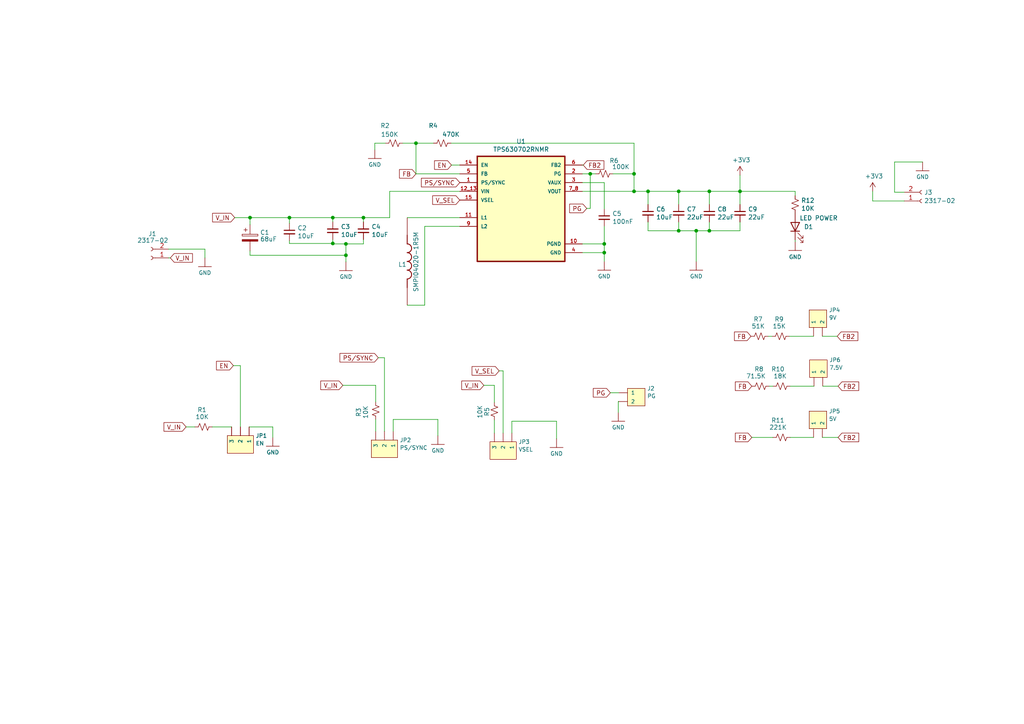
<source format=kicad_sch>
(kicad_sch (version 20231120) (generator "eeschema") (generator_version "8.0")
  (paper "A4")
  (lib_symbols
    (symbol "CONN_02_1" (pin_numbers hide) (pin_names (offset 1.016))
      (property "Reference" "J" (at -5.08 5.08 0))
      (property "Value" "CONN_02" (at -5.08 -3.81 0))
      (property "Field4" "XXX-00000" (at 0 7.62 0))
      (symbol "CONN_02_1_1_0"
        (rectangle (start 0 -1.27) (end -5.08 3.81) (fill (type background)))
      )
      (symbol "CONN_02_1_1_1"
        (pin passive line (at 2.54 0 180) (length 2.54) (name "1") (number "1"))
        (pin passive line (at 2.54 2.54 180) (length 2.54) (name "2") (number "2"))
      )
    )
    (symbol "CONN_02_2" (pin_numbers hide) (pin_names (offset 1.016))
      (property "Reference" "J" (at -5.08 5.08 0))
      (property "Value" "CONN_02" (at -5.08 -3.81 0))
      (property "Field4" "XXX-00000" (at 0 7.62 0))
      (symbol "CONN_02_2_1_0"
        (rectangle (start 0 -1.27) (end -5.08 3.81) (fill (type background)))
      )
      (symbol "CONN_02_2_1_1"
        (pin passive line (at 2.54 0 180) (length 2.54) (name "1") (number "1"))
        (pin passive line (at 2.54 2.54 180) (length 2.54) (name "2") (number "2"))
      )
    )
    (symbol "CONN_02_3" (pin_numbers hide) (pin_names (offset 1.016))
      (property "Reference" "J" (at -5.08 5.08 0))
      (property "Value" "CONN_02" (at -5.08 -3.81 0))
      (property "Field4" "XXX-00000" (at 0 7.62 0))
      (symbol "CONN_02_3_1_0"
        (rectangle (start 0 -1.27) (end -5.08 3.81) (fill (type background)))
      )
      (symbol "CONN_02_3_1_1"
        (pin passive line (at 2.54 0 180) (length 2.54) (name "1") (number "1"))
        (pin passive line (at 2.54 2.54 180) (length 2.54) (name "2") (number "2"))
      )
    )
    (symbol "CONN_03_1" (pin_numbers hide) (pin_names (offset 1.016))
      (property "Reference" "J" (at -5.08 7.62 0))
      (property "Value" "CONN_03" (at -5.08 -3.81 0))
      (property "Field4" "XXX-00000" (at 0 11.43 0))
      (symbol "CONN_03_1_0_1"
        (rectangle (start 0 -1.27) (end -5.08 6.35) (fill (type background)))
      )
      (symbol "CONN_03_1_1_1"
        (pin passive line (at 2.54 0 180) (length 2.54) (name "1") (number "1"))
        (pin passive line (at 2.54 2.54 180) (length 2.54) (name "2") (number "2"))
        (pin passive line (at 2.54 5.08 180) (length 2.54) (name "3") (number "3"))
      )
    )
    (symbol "CONN_03_2" (pin_numbers hide) (pin_names (offset 1.016))
      (property "Reference" "J" (at -5.08 7.62 0))
      (property "Value" "CONN_03" (at -5.08 -3.81 0))
      (property "Field4" "XXX-00000" (at 0 11.43 0))
      (symbol "CONN_03_2_0_1"
        (rectangle (start 0 -1.27) (end -5.08 6.35) (fill (type background)))
      )
      (symbol "CONN_03_2_1_1"
        (pin passive line (at 2.54 0 180) (length 2.54) (name "1") (number "1"))
        (pin passive line (at 2.54 2.54 180) (length 2.54) (name "2") (number "2"))
        (pin passive line (at 2.54 5.08 180) (length 2.54) (name "3") (number "3"))
      )
    )
    (symbol "Conn_01x02_Socket_1" (pin_names (offset 1.016) hide)
      (property "Reference" "J1" (at -0.381 -6.985 0))
      (property "Value" "2317-02" (at -0.508 -5.08 0))
      (symbol "Conn_01x02_Socket_1_1_1"
        (arc (start 0 -2.032) (mid -0.5058 -2.54) (end 0 -3.048) (stroke (width 0.1524)))
        (polyline (pts (xy -1.27 -2.54) (xy -0.508 -2.54)) (stroke (width 0.1524)))
        (polyline (pts (xy -1.27 0) (xy -0.508 0)) (stroke (width 0.1524)))
        (arc (start 0 0.508) (mid -0.5058 0) (end 0 -0.508) (stroke (width 0.1524)))
        (pin power_in line (at -5.08 0 0) (length 3.81) (name "Pin_1") (number "1"))
        (pin power_in line (at -5.08 -2.54 0) (length 3.81) (name "Pin_2") (number "2"))
      )
    )
    (symbol "Connector:Conn_01x02_Socket" (pin_names (offset 1.016) hide)
      (property "Reference" "J3" (at 0.7112 -0.0578 0))
      (property "Value" "2317-02" (at 0.7112 -2.4821 0))
      (symbol "Conn_01x02_Socket_1_1"
        (arc (start 0 -2.032) (mid -0.5058 -2.54) (end 0 -3.048) (stroke (width 0.1524)))
        (polyline (pts (xy -1.27 -2.54) (xy -0.508 -2.54)) (stroke (width 0.1524)))
        (polyline (pts (xy -1.27 0) (xy -0.508 0)) (stroke (width 0.1524)))
        (arc (start 0 0.508) (mid -0.5058 0) (end 0 -0.508) (stroke (width 0.1524)))
        (pin passive line (at -5.08 -2.54 0) (length 3.81) (name "Pin_1") (number "1"))
        (pin passive line (at -5.08 0 0) (length 3.81) (name "Pin_2") (number "2"))
      )
    )
    (symbol "Device:C_Small" (pin_numbers hide) (pin_names (offset 0.254) hide)
      (property "Reference" "C" (at 0.254 1.778 0))
      (property "Value" "C_Small" (at 0.254 -2.032 0))
      (symbol "C_Small_0_1"
        (polyline (pts (xy -1.524 -0.508) (xy 1.524 -0.508)) (stroke (width 0.3302)))
        (polyline (pts (xy -1.524 0.508) (xy 1.524 0.508)) (stroke (width 0.3048)))
      )
      (symbol "C_Small_1_1"
        (pin passive line (at 0 2.54 270) (length 2.032) (name "~") (number "1"))
        (pin passive line (at 0 -2.54 90) (length 2.032) (name "~") (number "2"))
      )
    )
    (symbol "Device:LED" (pin_numbers hide) (pin_names (offset 1.016) hide)
      (property "Reference" "D" (at 0 2.54 0))
      (property "Value" "LED" (at 0 -2.54 0))
      (symbol "LED_0_1"
        (polyline (pts (xy -1.27 -1.27) (xy -1.27 1.27)) (stroke (width 0.254)))
        (polyline (pts (xy -1.27 0) (xy 1.27 0)))
        (polyline (pts (xy 1.27 -1.27) (xy 1.27 1.27) (xy -1.27 0) (xy 1.27 -1.27)) (stroke (width 0.254)))
        (polyline (pts (xy -3.048 -0.762) (xy -4.572 -2.286) (xy -3.81 -2.286) (xy -4.572 -2.286) (xy -4.572 -1.524)))
        (polyline (pts (xy -1.778 -0.762) (xy -3.302 -2.286) (xy -2.54 -2.286) (xy -3.302 -2.286) (xy -3.302 -1.524)))
      )
      (symbol "LED_1_1"
        (pin passive line (at -3.81 0 0) (length 2.54) (name "K") (number "1"))
        (pin passive line (at 3.81 0 180) (length 2.54) (name "A") (number "2"))
      )
    )
    (symbol "Device:R_Small_US" (pin_numbers hide) (pin_names (offset 0.254) hide)
      (property "Reference" "R" (at 0.762 0.508 0))
      (property "Value" "R_Small_US" (at 0.762 -1.016 0))
      (symbol "R_Small_US_1_1"
        (polyline (pts (xy 0 0) (xy 1.016 -0.381) (xy 0 -0.762) (xy -1.016 -1.143) (xy 0 -1.524)))
        (polyline (pts (xy 0 1.524) (xy 1.016 1.143) (xy 0 0.762) (xy -1.016 0.381) (xy 0 0)))
        (pin passive line (at 0 2.54 270) (length 1.016) (name "~") (number "1"))
        (pin passive line (at 0 -2.54 90) (length 1.016) (name "~") (number "2"))
      )
    )
    (symbol "PCM_Capacitor_AKL:CP_SMD_Tantalum_Kemet-X_7343" (pin_numbers hide) (pin_names (offset 0.254))
      (property "Reference" "C" (at 0.635 2.54 0))
      (property "Value" "CP_SMD_Tantalum_Kemet-X_7343" (at 0.635 -2.54 0))
      (symbol "CP_SMD_Tantalum_Kemet-X_7343_0_1"
        (rectangle (start -2.286 0.508) (end 2.286 1.016))
        (polyline (pts (xy -1.778 2.286) (xy -0.762 2.286)))
        (polyline (pts (xy -1.27 2.794) (xy -1.27 1.778)))
        (rectangle (start 2.286 -0.508) (end -2.286 -1.016) (fill (type outline)))
      )
      (symbol "CP_SMD_Tantalum_Kemet-X_7343_1_1"
        (pin passive line (at 0 3.81 270) (length 2.794) (name "~") (number "1"))
        (pin passive line (at 0 -3.81 90) (length 2.794) (name "~") (number "2"))
      )
    )
    (symbol "SparkFun-Connectors:CONN_02" (pin_numbers hide) (pin_names (offset 1.016))
      (property "Reference" "J" (at -5.08 5.08 0))
      (property "Value" "CONN_02" (at -5.08 -3.81 0))
      (property "Field4" "XXX-00000" (at 0 7.62 0))
      (symbol "CONN_02_1_0"
        (rectangle (start 0 -1.27) (end -5.08 3.81) (fill (type background)))
      )
      (symbol "CONN_02_1_1"
        (pin passive line (at 2.54 0 180) (length 2.54) (name "1") (number "1"))
        (pin passive line (at 2.54 2.54 180) (length 2.54) (name "2") (number "2"))
      )
    )
    (symbol "SparkFun-Connectors:CONN_03" (pin_numbers hide) (pin_names (offset 1.016))
      (property "Reference" "J" (at -5.08 7.62 0))
      (property "Value" "CONN_03" (at -5.08 -3.81 0))
      (property "Field4" "XXX-00000" (at 0 11.43 0))
      (symbol "CONN_03_0_1"
        (rectangle (start 0 -1.27) (end -5.08 6.35) (fill (type background)))
      )
      (symbol "CONN_03_1_1"
        (pin passive line (at 2.54 0 180) (length 2.54) (name "1") (number "1"))
        (pin passive line (at 2.54 2.54 180) (length 2.54) (name "2") (number "2"))
        (pin passive line (at 2.54 5.08 180) (length 2.54) (name "3") (number "3"))
      )
    )
    (symbol "SparkFun-PowerSymbols:GND" (power) (pin_numbers hide) (pin_names (offset 1.016) hide)
      (property "Value" "GND" (at -1.778 -5.08 0))
      (symbol "GND_1_0"
        (polyline (pts (xy -1.905 -2.54) (xy 1.905 -2.54)))
        (polyline (pts (xy 0 0) (xy 0 -2.54)))
      )
      (symbol "GND_1_1"
        (pin power_in line (at 0 0 270) (length 0) hide (name "GND") (number "~"))
      )
    )
    (symbol "TPS63070RNMR:TPS63070RNMR" (pin_names (offset 1.016))
      (property "Reference" "U" (at -12.7 16.2306 0))
      (property "Value" "TPS63070RNMR" (at -12.7 -19.2278 0))
      (symbol "TPS63070RNMR_0_0"
        (rectangle (start -12.7 -15.24) (end 12.7 15.24) (stroke (width 0.4064)) (fill (type background)))
        (pin input line (at -17.78 7.62 0) (length 5.08) (name "PS/SYNC") (number "1"))
        (pin power_in line (at 17.78 -10.16 180) (length 5.08) (name "PGND") (number "10"))
        (pin bidirectional line (at -17.78 -2.54 0) (length 5.08) (name "L1") (number "11"))
        (pin input line (at -17.78 5.08 0) (length 5.08) (name "VIN") (number "12_13"))
        (pin input line (at -17.78 12.7 0) (length 5.08) (name "EN") (number "14"))
        (pin input line (at -17.78 2.54 0) (length 5.08) (name "VSEL") (number "15"))
        (pin output line (at 17.78 10.16 180) (length 5.08) (name "PG") (number "2"))
        (pin output line (at 17.78 7.62 180) (length 5.08) (name "VAUX") (number "3"))
        (pin power_in line (at 17.78 -12.7 180) (length 5.08) (name "GND") (number "4"))
        (pin input line (at -17.78 10.16 0) (length 5.08) (name "FB") (number "5"))
        (pin output line (at 17.78 12.7 180) (length 5.08) (name "FB2") (number "6"))
        (pin output line (at 17.78 5.08 180) (length 5.08) (name "VOUT") (number "7_8"))
        (pin bidirectional line (at -17.78 -5.08 0) (length 5.08) (name "L2") (number "9"))
      )
    )
    (symbol "XFL4020-102MEC:XFL4020-102MEC" (pin_numbers hide) (pin_names (offset 1.016) hide)
      (property "Reference" "L" (at -5.08 2.54 0))
      (property "Value" "XFL4020-102MEC" (at -5.08 -2.54 0))
      (symbol "XFL4020-102MEC_0_0"
        (arc (start -5.08 0) (mid -3.81 -1.2645) (end -2.54 0) (stroke (width 0.254)))
        (arc (start -2.54 0) (mid -1.27 -1.2645) (end 0 0) (stroke (width 0.254)))
        (polyline (pts (xy -5.08 0) (xy -7.62 0)) (stroke (width 0.254)))
        (polyline (pts (xy 5.08 0) (xy 7.62 0)) (stroke (width 0.254)))
        (arc (start 0 0) (mid 1.27 -1.2645) (end 2.54 0) (stroke (width 0.254)))
        (arc (start 2.54 0) (mid 3.81 -1.2645) (end 5.08 0) (stroke (width 0.254)))
        (pin passive line (at -12.7 0 0) (length 5.08) (name "~") (number "1"))
        (pin passive line (at 12.7 0 180) (length 5.08) (name "~") (number "2"))
      )
    )
    (symbol "power:+3V3" (power) (pin_names (offset 0))
      (property "Value" "+3V3" (at 0 3.556 0))
      (symbol "+3V3_0_1"
        (polyline (pts (xy -0.762 1.27) (xy 0 2.54)))
        (polyline (pts (xy 0 0) (xy 0 2.54)))
        (polyline (pts (xy 0 2.54) (xy 0.762 1.27)))
      )
      (symbol "+3V3_1_1"
        (pin power_in line (at 0 0 90) (length 0) hide (name "+3V3") (number "1"))
      )
    )
  )
  (junction (at 105.41 63.119))
  (junction (at 214.63 55.499))
  (junction (at 205.74 66.929))
  (junction (at 100.33 74.041))
  (junction (at 96.52 70.612))
  (junction (at 196.85 66.929))
  (junction (at 96.52 63.119))
  (junction (at 120.65 41.529))
  (junction (at 205.74 55.499))
  (junction (at 83.947 63.119))
  (junction (at 183.896 50.419))
  (junction (at 100.33 70.739))
  (junction (at 196.85 55.499))
  (junction (at 175.26 73.279))
  (junction (at 171.196 50.419))
  (junction (at 187.96 55.499))
  (junction (at 183.896 55.499))
  (junction (at 72.517 63.119))
  (junction (at 201.93 66.929))
  (junction (at 175.26 70.739))
  (wire (pts (xy 111.506 103.759) (xy 111.506 125.095)))
  (wire (pts (xy 222.885 97.536) (xy 223.901 97.536)))
  (wire (pts (xy 187.96 64.389) (xy 187.96 66.929)))
  (wire (pts (xy 105.41 70.739) (xy 105.41 69.469)))
  (wire (pts (xy 262.255 55.753) (xy 259.461 55.753)))
  (wire (pts (xy 96.52 70.739) (xy 100.33 70.739)))
  (wire (pts (xy 143.383 111.76) (xy 140.335 111.76)))
  (wire (pts (xy 187.96 66.929) (xy 196.85 66.929)))
  (wire (pts (xy 177.8 50.419) (xy 183.896 50.419)))
  (wire (pts (xy 179.324 119.634) (xy 179.324 116.459)))
  (wire (pts (xy 100.33 70.739) (xy 105.41 70.739)))
  (wire (pts (xy 175.26 75.819) (xy 175.26 73.279)))
  (wire (pts (xy 230.632 55.499) (xy 230.632 56.769)))
  (wire (pts (xy 187.96 55.499) (xy 196.85 55.499)))
  (wire (pts (xy 196.85 66.929) (xy 201.93 66.929)))
  (wire (pts (xy 108.712 41.529) (xy 111.76 41.529)))
  (wire (pts (xy 196.85 55.499) (xy 205.74 55.499)))
  (wire (pts (xy 214.63 50.8) (xy 214.63 55.499)))
  (wire (pts (xy 238.633 112.014) (xy 243.078 112.014)))
  (wire (pts (xy 72.517 63.119) (xy 83.947 63.119)))
  (wire (pts (xy 218.059 126.873) (xy 224.155 126.873)))
  (wire (pts (xy 96.52 64.389) (xy 96.52 63.119)))
  (wire (pts (xy 105.41 64.389) (xy 105.41 63.119)))
  (wire (pts (xy 238.506 126.873) (xy 243.078 126.873)))
  (wire (pts (xy 169.164 47.879) (xy 168.91 47.879)))
  (wire (pts (xy 108.966 121.666) (xy 108.966 125.095)))
  (wire (pts (xy 108.966 116.586) (xy 108.966 111.76)))
  (wire (pts (xy 83.947 64.77) (xy 83.947 63.119)))
  (wire (pts (xy 109.728 103.759) (xy 111.506 103.759)))
  (wire (pts (xy 143.383 116.713) (xy 143.383 111.76)))
  (wire (pts (xy 67.691 106.045) (xy 69.723 106.045)))
  (wire (pts (xy 120.65 41.529) (xy 125.73 41.529)))
  (wire (pts (xy 229.235 126.873) (xy 235.966 126.873)))
  (wire (pts (xy 145.923 107.569) (xy 144.78 107.569)))
  (wire (pts (xy 69.723 106.045) (xy 69.723 123.825)))
  (wire (pts (xy 196.85 59.309) (xy 196.85 55.499)))
  (wire (pts (xy 83.947 70.612) (xy 96.52 70.612)))
  (wire (pts (xy 96.52 63.119) (xy 105.41 63.119)))
  (wire (pts (xy 130.937 47.879) (xy 133.35 47.879)))
  (wire (pts (xy 143.383 121.793) (xy 143.383 125.603)))
  (wire (pts (xy 168.91 52.959) (xy 175.26 52.959)))
  (wire (pts (xy 259.461 55.753) (xy 259.461 46.99)))
  (wire (pts (xy 183.896 41.529) (xy 183.896 50.419)))
  (wire (pts (xy 148.463 122.174) (xy 161.417 122.174)))
  (wire (pts (xy 72.517 74.041) (xy 100.33 74.041)))
  (wire (pts (xy 83.947 69.85) (xy 83.947 70.612)))
  (wire (pts (xy 118.11 88.519) (xy 123.19 88.519)))
  (wire (pts (xy 205.74 64.389) (xy 205.74 66.929)))
  (wire (pts (xy 171.196 50.419) (xy 168.91 50.419)))
  (wire (pts (xy 72.517 65.151) (xy 72.517 63.119)))
  (wire (pts (xy 127 121.666) (xy 127 126.365)))
  (wire (pts (xy 61.595 123.825) (xy 67.183 123.825)))
  (wire (pts (xy 133.35 50.419) (xy 120.65 50.419)))
  (wire (pts (xy 214.63 66.929) (xy 214.63 64.389)))
  (wire (pts (xy 228.981 97.536) (xy 235.966 97.536)))
  (wire (pts (xy 118.11 63.119) (xy 133.35 63.119)))
  (wire (pts (xy 168.91 55.499) (xy 183.896 55.499)))
  (wire (pts (xy 116.84 41.529) (xy 120.65 41.529)))
  (wire (pts (xy 175.26 70.739) (xy 175.26 73.279)))
  (wire (pts (xy 48.895 72.263) (xy 59.436 72.263)))
  (wire (pts (xy 168.91 70.739) (xy 175.26 70.739)))
  (wire (pts (xy 214.63 55.499) (xy 230.632 55.499)))
  (wire (pts (xy 201.93 66.929) (xy 205.74 66.929)))
  (wire (pts (xy 99.441 111.76) (xy 108.966 111.76)))
  (wire (pts (xy 59.436 72.263) (xy 59.436 74.803)))
  (wire (pts (xy 96.52 69.469) (xy 96.52 70.612)))
  (wire (pts (xy 114.046 125.095) (xy 114.046 121.666)))
  (wire (pts (xy 49.403 74.803) (xy 48.895 74.803)))
  (wire (pts (xy 201.93 66.929) (xy 201.93 75.819)))
  (wire (pts (xy 145.923 107.569) (xy 145.923 125.603)))
  (wire (pts (xy 100.33 75.946) (xy 100.33 74.041)))
  (wire (pts (xy 114.046 121.666) (xy 127 121.666)))
  (wire (pts (xy 148.463 122.174) (xy 148.463 125.603)))
  (wire (pts (xy 230.632 69.596) (xy 230.632 70.104)))
  (wire (pts (xy 179.324 116.459) (xy 179.451 116.459)))
  (wire (pts (xy 96.52 70.612) (xy 96.52 70.739)))
  (wire (pts (xy 172.72 50.419) (xy 171.196 50.419)))
  (wire (pts (xy 253.111 58.293) (xy 253.111 55.499)))
  (wire (pts (xy 113.03 55.499) (xy 133.35 55.499)))
  (wire (pts (xy 223.139 112.014) (xy 224.155 112.014)))
  (wire (pts (xy 171.196 60.452) (xy 171.196 50.419)))
  (wire (pts (xy 170.18 60.452) (xy 171.196 60.452)))
  (wire (pts (xy 187.96 55.499) (xy 183.896 55.499)))
  (wire (pts (xy 72.263 123.825) (xy 79.121 123.825)))
  (wire (pts (xy 161.417 122.174) (xy 161.417 127.254)))
  (wire (pts (xy 168.91 73.279) (xy 175.26 73.279)))
  (wire (pts (xy 79.121 126.873) (xy 79.121 123.825)))
  (wire (pts (xy 175.26 52.959) (xy 175.26 60.579)))
  (wire (pts (xy 123.19 65.659) (xy 133.35 65.659)))
  (wire (pts (xy 123.19 88.519) (xy 123.19 65.659)))
  (wire (pts (xy 113.03 63.119) (xy 113.03 55.499)))
  (wire (pts (xy 183.896 50.419) (xy 183.896 55.499)))
  (wire (pts (xy 205.74 55.499) (xy 214.63 55.499)))
  (wire (pts (xy 214.63 55.499) (xy 214.63 59.309)))
  (wire (pts (xy 205.74 66.929) (xy 214.63 66.929)))
  (wire (pts (xy 187.96 59.309) (xy 187.96 55.499)))
  (wire (pts (xy 83.947 63.119) (xy 96.52 63.119)))
  (wire (pts (xy 229.235 112.014) (xy 236.093 112.014)))
  (wire (pts (xy 238.506 97.536) (xy 242.824 97.536)))
  (wire (pts (xy 177.038 113.919) (xy 179.451 113.919)))
  (wire (pts (xy 72.517 72.771) (xy 72.517 74.041)))
  (wire (pts (xy 68.072 63.119) (xy 72.517 63.119)))
  (wire (pts (xy 120.65 50.419) (xy 120.65 41.529)))
  (wire (pts (xy 262.255 58.293) (xy 253.111 58.293)))
  (wire (pts (xy 196.85 64.389) (xy 196.85 66.929)))
  (wire (pts (xy 100.33 74.041) (xy 100.33 70.739)))
  (wire (pts (xy 205.74 55.499) (xy 205.74 59.309)))
  (wire (pts (xy 105.41 63.119) (xy 113.03 63.119)))
  (wire (pts (xy 259.461 46.99) (xy 267.589 46.99)))
  (wire (pts (xy 230.632 61.849) (xy 230.632 61.976)))
  (wire (pts (xy 175.26 65.659) (xy 175.26 70.739)))
  (wire (pts (xy 108.712 43.434) (xy 108.712 41.529)))
  (wire (pts (xy 183.896 41.529) (xy 130.81 41.529)))
  (wire (pts (xy 53.975 123.825) (xy 56.515 123.825)))
  (global_label "PS{slash}SYNC" (shape input) (at 133.35 52.959 180) (property "Intersheetrefs" "${INTERSHEET_REFS}" (effects (hide yes))))
  (global_label "PG" (shape input) (at 177.038 113.919 180) (property "Intersheetrefs" "${INTERSHEET_REFS}" (effects (hide yes))))
  (global_label "V_IN" (shape input) (at 99.441 111.76 180) (property "Intersheetrefs" "${INTERSHEET_REFS}" (effects (hide yes))))
  (global_label "FB2" (shape input) (at 243.078 126.873 0) (property "Intersheetrefs" "${INTERSHEET_REFS}" (effects (hide yes))))
  (global_label "FB" (shape input) (at 218.059 112.014 180) (property "Intersheetrefs" "${INTERSHEET_REFS}" (effects (hide yes))))
  (global_label "V_IN" (shape input) (at 53.975 123.825 180) (property "Intersheetrefs" "${INTERSHEET_REFS}" (effects (hide yes))))
  (global_label "FB" (shape input) (at 217.805 97.536 180) (property "Intersheetrefs" "${INTERSHEET_REFS}" (effects (hide yes))))
  (global_label "FB2" (shape input) (at 243.078 112.014 0) (property "Intersheetrefs" "${INTERSHEET_REFS}" (effects (hide yes))))
  (global_label "PG" (shape input) (at 170.18 60.452 180) (property "Intersheetrefs" "${INTERSHEET_REFS}" (effects (hide yes))))
  (global_label "V_IN" (shape input) (at 49.403 74.803 0) (property "Intersheetrefs" "${INTERSHEET_REFS}" (effects (hide yes))))
  (global_label "FB" (shape input) (at 218.059 126.873 180) (property "Intersheetrefs" "${INTERSHEET_REFS}" (effects (hide yes))))
  (global_label "V_IN" (shape input) (at 140.335 111.76 180) (property "Intersheetrefs" "${INTERSHEET_REFS}" (effects (hide yes))))
  (global_label "FB2" (shape input) (at 242.824 97.536 0) (property "Intersheetrefs" "${INTERSHEET_REFS}" (effects (hide yes))))
  (global_label "EN" (shape input) (at 130.937 47.879 180) (property "Intersheetrefs" "${INTERSHEET_REFS}" (effects (hide yes))))
  (global_label "V_IN" (shape input) (at 68.072 63.119 180) (property "Intersheetrefs" "${INTERSHEET_REFS}" (effects (hide yes))))
  (global_label "FB2" (shape input) (at 169.164 47.879 0) (property "Intersheetrefs" "${INTERSHEET_REFS}" (effects (hide yes))))
  (global_label "EN" (shape input) (at 67.691 106.045 180) (property "Intersheetrefs" "${INTERSHEET_REFS}" (effects (hide yes))))
  (global_label "PS{slash}SYNC" (shape input) (at 109.728 103.759 180) (property "Intersheetrefs" "${INTERSHEET_REFS}" (effects (hide yes))))
  (global_label "FB" (shape input) (at 120.65 50.419 180) (property "Intersheetrefs" "${INTERSHEET_REFS}" (effects (hide yes))))
  (global_label "V_SEL" (shape input) (at 133.35 58.039 180) (property "Intersheetrefs" "${INTERSHEET_REFS}" (effects (hide yes))))
  (global_label "V_SEL" (shape input) (at 144.78 107.569 180) (property "Intersheetrefs" "${INTERSHEET_REFS}" (effects (hide yes))))
  (symbol (lib_name "CONN_02_2") (lib_id "SparkFun-Connectors:CONN_02") (at 236.093 109.474 270) (unit 1)
    (property "Reference" "JP6" (at 240.538 104.4076 90) (effects (font (size 1.143 1.143)) (justify left)))
    (property "Value" "7.5V" (at 240.538 106.6276 90) (effects (font (size 1.143 1.143)) (justify left)))
    (property "Footprint" "1X02" (effects (hide yes)))
  )
  (symbol (lib_id "Device:R_Small_US") (at 59.055 123.825 90) (unit 1)
    (property "Reference" "R1" (at 59.944 118.872 90) (effects (justify left)))
    (property "Value" "10K" (at 60.579 120.904 90) (effects (justify left)))
    (property "Footprint" "Resistor_SMD:R_0603_1608Metric" (effects (hide yes)))
  )
  (symbol (lib_id "SparkFun-PowerSymbols:GND") (at 267.589 46.99 0) (unit 1)
    (property "Reference" "#GND011" (effects (hide yes)))
    (property "Value" "GND" (at 267.589 51.308 0) (effects (font (size 1.143 1.143))))
  )
  (symbol (lib_id "Device:R_Small_US") (at 230.632 59.309 0) (unit 1)
    (property "Reference" "R12" (at 232.3592 58.1406 0) (effects (justify left)))
    (property "Value" "10K" (at 232.3592 60.452 0) (effects (justify left)))
    (property "Footprint" "Resistor_SMD:R_0603_1608Metric" (effects (hide yes)))
  )
  (symbol (lib_name "CONN_03_2") (lib_id "SparkFun-Connectors:CONN_03") (at 148.463 128.143 90) (unit 1)
    (property "Reference" "JP3" (at 150.368 128.1566 90) (effects (font (size 1.143 1.143)) (justify right)))
    (property "Value" "VSEL" (at 150.368 130.3766 90) (effects (font (size 1.143 1.143)) (justify right)))
    (property "Footprint" "1X03" (effects (hide yes)))
  )
  (symbol (lib_id "Device:C_Small") (at 96.52 66.929 0) (unit 1)
    (property "Reference" "C3" (at 98.8568 65.7606 0) (effects (justify left)))
    (property "Value" "10uF" (at 98.8568 68.072 0) (effects (justify left)))
    (property "Footprint" "Capacitor_SMD:C_0805_2012Metric" (effects (hide yes)))
  )
  (symbol (lib_id "SparkFun-Connectors:CONN_02") (at 181.991 113.919 180) (unit 1)
    (property "Reference" "J2" (at 187.706 112.6626 0) (effects (font (size 1.143 1.143)) (justify right)))
    (property "Value" "PG" (at 187.706 114.8826 0) (effects (font (size 1.143 1.143)) (justify right)))
    (property "Footprint" "1X02" (effects (hide yes)))
  )
  (symbol (lib_id "power:+3V3") (at 253.111 55.499 0) (unit 1)
    (property "Reference" "#PWR02" (effects (hide yes)))
    (property "Value" "+3V3" (at 253.492 51.1048 0))
  )
  (symbol (lib_id "SparkFun-PowerSymbols:GND") (at 59.436 74.803 0) (unit 1)
    (property "Reference" "#GND01" (effects (hide yes)))
    (property "Value" "GND" (at 59.436 79.121 0) (effects (font (size 1.143 1.143))))
  )
  (symbol (lib_id "Device:C_Small") (at 175.26 63.119 0) (unit 1)
    (property "Reference" "C5" (at 177.5968 61.9506 0) (effects (justify left)))
    (property "Value" "100nF" (at 177.5968 64.262 0) (effects (justify left)))
    (property "Footprint" "Capacitor_SMD:C_0603_1608Metric" (effects (hide yes)))
  )
  (symbol (lib_id "Device:C_Small") (at 205.74 61.849 0) (unit 1)
    (property "Reference" "C8" (at 208.0768 60.6806 0) (effects (justify left)))
    (property "Value" "22uF" (at 208.0768 62.992 0) (effects (justify left)))
    (property "Footprint" "Capacitor_SMD:C_0805_2012Metric" (effects (hide yes)))
  )
  (symbol (lib_id "SparkFun-PowerSymbols:GND") (at 230.632 70.104 0) (unit 1)
    (property "Reference" "#GND010" (effects (hide yes)))
    (property "Value" "GND" (at 230.632 74.5404 0) (effects (font (size 1.143 1.143))))
  )
  (symbol (lib_id "Device:R_Small_US") (at 108.966 119.126 180) (unit 1)
    (property "Reference" "R3" (at 104.013 118.237 90) (effects (justify left)))
    (property "Value" "10K" (at 106.045 117.602 90) (effects (justify left)))
    (property "Footprint" "Resistor_SMD:R_0603_1608Metric" (effects (hide yes)))
  )
  (symbol (lib_id "SparkFun-PowerSymbols:GND") (at 161.417 127.254 0) (unit 1)
    (property "Reference" "#GND06" (effects (hide yes)))
    (property "Value" "GND" (at 161.417 131.572 0) (effects (font (size 1.143 1.143))))
  )
  (symbol (lib_id "Device:C_Small") (at 83.947 67.31 0) (unit 1)
    (property "Reference" "C2" (at 86.2838 66.1416 0) (effects (justify left)))
    (property "Value" "10uF" (at 86.2838 68.453 0) (effects (justify left)))
    (property "Footprint" "Capacitor_SMD:C_0805_2012Metric" (effects (hide yes)))
  )
  (symbol (lib_name "CONN_02_1") (lib_id "SparkFun-Connectors:CONN_02") (at 235.966 94.996 270) (unit 1)
    (property "Reference" "JP4" (at 240.411 89.9296 90) (effects (font (size 1.143 1.143)) (justify left)))
    (property "Value" "9V" (at 240.411 92.1496 90) (effects (font (size 1.143 1.143)) (justify left)))
    (property "Footprint" "1X02" (effects (hide yes)))
  )
  (symbol (lib_name "Conn_01x02_Socket_1") (lib_id "Connector:Conn_01x02_Socket") (at 43.815 74.803 180) (unit 1)
    (property "Reference" "J1" (at 44.196 67.818 0))
    (property "Value" "2317-02" (at 44.323 69.723 0))
    (property "Footprint" "BOARDOZA_CONNECTOR_NEW:2317-02S_1x02_P2.50mm_Vertical" (effects (hide yes)))
  )
  (symbol (lib_id "SparkFun-PowerSymbols:GND") (at 201.93 75.819 0) (unit 1)
    (property "Reference" "#GND09" (effects (hide yes)))
    (property "Value" "GND" (at 201.93 80.137 0) (effects (font (size 1.143 1.143))))
  )
  (symbol (lib_id "XFL4020-102MEC:XFL4020-102MEC") (at 118.11 75.819 90) (unit 1)
    (property "Reference" "L1" (at 116.713 76.708 90))
    (property "Value" "SMPI04020-1R5M" (at 120.65 75.946 0))
    (property "Footprint" "others:SMPI04020" (effects (hide yes)))
    (property "DESCRIPTION" "Power inductor, shielded, 20% tol, SMT, RoHS, halogen free" (effects (hide yes)))
    (property "MAXIMUM_PACKAGE_HEIGHT" "2.1mm" (effects (hide yes)))
    (property "MANUFACTURER" "Coilcraft" (effects (hide yes)))
    (property "PARTREV" "11/02/18" (effects (hide yes)))
    (property "STANDARD" "Manufacturer Recommendations" (effects (hide yes)))
  )
  (symbol (lib_id "PCM_Capacitor_AKL:CP_SMD_Tantalum_Kemet-X_7343") (at 72.517 68.961 0) (unit 1)
    (property "Reference" "C1" (at 75.438 67.4283 0) (effects (justify left)))
    (property "Value" "68uF" (at 75.438 69.3493 0) (effects (justify left)))
    (property "Footprint" "Capacitor_Tantalum_SMD:CP_EIA-7343-43_Kemet-X" (effects (hide yes)))
  )
  (symbol (lib_id "SparkFun-PowerSymbols:GND") (at 100.33 75.946 0) (unit 1)
    (property "Reference" "#GND03" (effects (hide yes)))
    (property "Value" "GND" (at 100.33 80.264 0) (effects (font (size 1.143 1.143))))
  )
  (symbol (lib_id "SparkFun-Connectors:CONN_03") (at 72.263 126.365 90) (unit 1)
    (property "Reference" "JP1" (at 74.168 126.3786 90) (effects (font (size 1.143 1.143)) (justify right)))
    (property "Value" "EN" (at 74.168 128.5986 90) (effects (font (size 1.143 1.143)) (justify right)))
    (property "Footprint" "1X03" (effects (hide yes)))
  )
  (symbol (lib_id "Device:C_Small") (at 187.96 61.849 0) (unit 1)
    (property "Reference" "C6" (at 190.2968 60.6806 0) (effects (justify left)))
    (property "Value" "10uF" (at 190.2968 62.992 0) (effects (justify left)))
    (property "Footprint" "Capacitor_SMD:C_0603_1608Metric" (effects (hide yes)))
  )
  (symbol (lib_id "Device:R_Small_US") (at 226.695 126.873 90) (unit 1)
    (property "Reference" "R11" (at 227.584 121.92 90) (effects (justify left)))
    (property "Value" "221K" (at 228.219 123.952 90) (effects (justify left)))
    (property "Footprint" "Resistor_SMD:R_0603_1608Metric" (effects (hide yes)))
  )
  (symbol (lib_name "CONN_03_1") (lib_id "SparkFun-Connectors:CONN_03") (at 114.046 127.635 90) (unit 1)
    (property "Reference" "JP2" (at 115.951 127.6486 90) (effects (font (size 1.143 1.143)) (justify right)))
    (property "Value" "PS/SYNC" (at 115.951 129.8686 90) (effects (font (size 1.143 1.143)) (justify right)))
    (property "Footprint" "1X03" (effects (hide yes)))
  )
  (symbol (lib_id "Device:R_Small_US") (at 220.599 112.014 90) (unit 1)
    (property "Reference" "R8" (at 221.488 107.061 90) (effects (justify left)))
    (property "Value" "71.5K" (at 222.123 109.093 90) (effects (justify left)))
    (property "Footprint" "Resistor_SMD:R_0603_1608Metric" (effects (hide yes)))
  )
  (symbol (lib_id "Device:R_Small_US") (at 114.3 41.529 90) (unit 1)
    (property "Reference" "R2" (at 113.03 36.449 90) (effects (justify left)))
    (property "Value" "150K" (at 115.57 38.989 90) (effects (justify left)))
    (property "Footprint" "Resistor_SMD:R_0603_1608Metric" (effects (hide yes)))
  )
  (symbol (lib_id "SparkFun-PowerSymbols:GND") (at 79.121 126.873 0) (unit 1)
    (property "Reference" "#GND02" (effects (hide yes)))
    (property "Value" "GND" (at 79.121 131.191 0) (effects (font (size 1.143 1.143))))
  )
  (symbol (lib_id "power:+3V3") (at 214.63 50.8 0) (unit 1)
    (property "Reference" "#PWR01" (effects (hide yes)))
    (property "Value" "+3V3" (at 215.011 46.4058 0))
  )
  (symbol (lib_id "Device:C_Small") (at 196.85 61.849 0) (unit 1)
    (property "Reference" "C7" (at 199.1868 60.6806 0) (effects (justify left)))
    (property "Value" "22uF" (at 199.1868 62.992 0) (effects (justify left)))
    (property "Footprint" "Capacitor_SMD:C_0805_2012Metric" (effects (hide yes)))
  )
  (symbol (lib_id "Connector:Conn_01x02_Socket") (at 267.335 55.753 0) (unit 1)
    (property "Reference" "J3" (at 268.0462 55.8108 0) (effects (justify left)))
    (property "Value" "2317-02" (at 268.0462 58.2351 0) (effects (justify left)))
    (property "Footprint" "BOARDOZA_CONNECTOR_NEW:2317-02S_1x02_P2.50mm_Vertical" (effects (hide yes)))
  )
  (symbol (lib_name "CONN_02_3") (lib_id "SparkFun-Connectors:CONN_02") (at 235.966 124.333 270) (unit 1)
    (property "Reference" "JP5" (at 240.411 119.2666 90) (effects (font (size 1.143 1.143)) (justify left)))
    (property "Value" "5V" (at 240.411 121.4866 90) (effects (font (size 1.143 1.143)) (justify left)))
    (property "Footprint" "1X02" (effects (hide yes)))
  )
  (symbol (lib_id "SparkFun-PowerSymbols:GND") (at 175.26 75.819 0) (unit 1)
    (property "Reference" "#GND07" (effects (hide yes)))
    (property "Value" "GND" (at 175.26 80.137 0) (effects (font (size 1.143 1.143))))
  )
  (symbol (lib_id "Device:R_Small_US") (at 226.695 112.014 90) (unit 1)
    (property "Reference" "R10" (at 227.584 107.061 90) (effects (justify left)))
    (property "Value" "18K" (at 228.219 109.093 90) (effects (justify left)))
    (property "Footprint" "Resistor_SMD:R_0603_1608Metric" (effects (hide yes)))
  )
  (symbol (lib_id "Device:R_Small_US") (at 128.27 41.529 90) (unit 1)
    (property "Reference" "R4" (at 127 36.449 90) (effects (justify left)))
    (property "Value" "470K" (at 133.35 38.989 90) (effects (justify left)))
    (property "Footprint" "Resistor_SMD:R_0603_1608Metric" (effects (hide yes)))
  )
  (symbol (lib_id "SparkFun-PowerSymbols:GND") (at 127 126.365 0) (unit 1)
    (property "Reference" "#GND05" (effects (hide yes)))
    (property "Value" "GND" (at 127 130.683 0) (effects (font (size 1.143 1.143))))
  )
  (symbol (lib_id "Device:R_Small_US") (at 175.26 50.419 270) (unit 1)
    (property "Reference" "R6" (at 179.451 46.609 90) (effects (justify right)))
    (property "Value" "100K" (at 182.626 48.387 90) (effects (justify right)))
    (property "Footprint" "Resistor_SMD:R_0603_1608Metric" (effects (hide yes)))
  )
  (symbol (lib_id "Device:C_Small") (at 214.63 61.849 0) (unit 1)
    (property "Reference" "C9" (at 216.9668 60.6806 0) (effects (justify left)))
    (property "Value" "22uF" (at 216.9668 62.992 0) (effects (justify left)))
    (property "Footprint" "Capacitor_SMD:C_0805_2012Metric" (effects (hide yes)))
  )
  (symbol (lib_id "Device:R_Small_US") (at 143.383 119.253 0) (unit 1)
    (property "Reference" "R5" (at 141.224 120.777 90) (effects (justify left)))
    (property "Value" "10K" (at 139.192 121.412 90) (effects (justify left)))
    (property "Footprint" "Resistor_SMD:R_0603_1608Metric" (effects (hide yes)))
  )
  (symbol (lib_id "TPS63070RNMR:TPS63070RNMR") (at 151.13 60.579 0) (unit 1)
    (property "Reference" "U1" (at 151.13 41.021 0))
    (property "Value" "TPS630702RNMR" (at 151.13 43.3324 0))
    (property "Footprint" "others:TPS63070RNMT" (effects (hide yes)))
  )
  (symbol (lib_id "SparkFun-PowerSymbols:GND") (at 108.712 43.434 0) (unit 1)
    (property "Reference" "#GND04" (effects (hide yes)))
    (property "Value" "GND" (at 108.712 47.752 0) (effects (font (size 1.143 1.143))))
  )
  (symbol (lib_id "Device:R_Small_US") (at 226.441 97.536 90) (unit 1)
    (property "Reference" "R9" (at 227.33 92.583 90) (effects (justify left)))
    (property "Value" "15K" (at 227.965 94.615 90) (effects (justify left)))
    (property "Footprint" "Resistor_SMD:R_0603_1608Metric" (effects (hide yes)))
  )
  (symbol (lib_id "Device:LED") (at 230.632 65.786 90) (unit 1)
    (property "Reference" "D1" (at 233.172 65.786 90) (effects (justify right)))
    (property "Value" "LED POWER" (at 231.902 63.246 90) (effects (justify right)))
    (property "Footprint" "LED_SMD:LED_0603_1608Metric" (effects (hide yes)))
  )
  (symbol (lib_id "Device:C_Small") (at 105.41 66.929 0) (unit 1)
    (property "Reference" "C4" (at 107.7468 65.7606 0) (effects (justify left)))
    (property "Value" "10uF" (at 107.7468 68.072 0) (effects (justify left)))
    (property "Footprint" "Capacitor_SMD:C_0603_1608Metric" (effects (hide yes)))
  )
  (symbol (lib_id "Device:R_Small_US") (at 220.345 97.536 90) (unit 1)
    (property "Reference" "R7" (at 221.234 92.583 90) (effects (justify left)))
    (property "Value" "51K" (at 221.869 94.615 90) (effects (justify left)))
    (property "Footprint" "Resistor_SMD:R_0603_1608Metric" (effects (hide yes)))
  )
  (symbol (lib_id "SparkFun-PowerSymbols:GND") (at 179.324 119.634 0) (unit 1)
    (property "Reference" "#GND08" (effects (hide yes)))
    (property "Value" "GND" (at 179.324 123.952 0) (effects (font (size 1.143 1.143))))
  )
)
</source>
